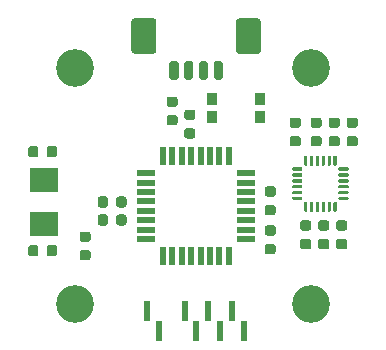
<source format=gbr>
%TF.GenerationSoftware,KiCad,Pcbnew,(5.99.0-2358-g6d8fb94d8)*%
%TF.CreationDate,2020-07-21T23:14:41+08:00*%
%TF.ProjectId,TheFC,54686546-432e-46b6-9963-61645f706362,1.0*%
%TF.SameCoordinates,Original*%
%TF.FileFunction,Soldermask,Top*%
%TF.FilePolarity,Negative*%
%FSLAX46Y46*%
G04 Gerber Fmt 4.6, Leading zero omitted, Abs format (unit mm)*
G04 Created by KiCad (PCBNEW (5.99.0-2358-g6d8fb94d8)) date 2020-07-21 23:14:41*
%MOMM*%
%LPD*%
G01*
G04 APERTURE LIST*
%ADD10R,0.900000X1.000000*%
%ADD11R,2.400000X2.000000*%
%ADD12R,0.600000X1.750000*%
%ADD13R,1.600000X0.550000*%
%ADD14R,0.550000X1.600000*%
%ADD15C,3.200000*%
G04 APERTURE END LIST*
D10*
%TO.C,SW1*%
X120669375Y-69182000D03*
X120669375Y-67582000D03*
X116569375Y-69182000D03*
X116569375Y-67582000D03*
%TD*%
D11*
%TO.C,Y1*%
X102363990Y-78166500D03*
X102363990Y-74466500D03*
%TD*%
D12*
%TO.C,J13*%
X115264000Y-87291000D03*
X117264000Y-87291000D03*
X119264000Y-87291000D03*
X114264000Y-85541000D03*
X116264000Y-85541000D03*
X118264000Y-85541000D03*
%TD*%
%TO.C,J3*%
X111106400Y-85541000D03*
X112106400Y-87291000D03*
%TD*%
%TO.C,J12*%
G36*
G01*
X111865000Y-61044001D02*
X111865000Y-63543999D01*
G75*
G02*
X111614999Y-63794000I-250001J0D01*
G01*
X110015001Y-63794000D01*
G75*
G02*
X109765000Y-63543999I0J250001D01*
G01*
X109765000Y-61044001D01*
G75*
G02*
X110015001Y-60794000I250001J0D01*
G01*
X111614999Y-60794000D01*
G75*
G02*
X111865000Y-61044001I0J-250001D01*
G01*
G37*
G36*
G01*
X120715000Y-61044001D02*
X120715000Y-63543999D01*
G75*
G02*
X120464999Y-63794000I-250001J0D01*
G01*
X118865001Y-63794000D01*
G75*
G02*
X118615000Y-63543999I0J250001D01*
G01*
X118615000Y-61044001D01*
G75*
G02*
X118865001Y-60794000I250001J0D01*
G01*
X120464999Y-60794000D01*
G75*
G02*
X120715000Y-61044001I0J-250001D01*
G01*
G37*
G36*
G01*
X113765000Y-64594000D02*
X113765000Y-65794000D01*
G75*
G02*
X113565000Y-65994000I-200000J0D01*
G01*
X113165000Y-65994000D01*
G75*
G02*
X112965000Y-65794000I0J200000D01*
G01*
X112965000Y-64594000D01*
G75*
G02*
X113165000Y-64394000I200000J0D01*
G01*
X113565000Y-64394000D01*
G75*
G02*
X113765000Y-64594000I0J-200000D01*
G01*
G37*
G36*
G01*
X115015000Y-64594000D02*
X115015000Y-65794000D01*
G75*
G02*
X114815000Y-65994000I-200000J0D01*
G01*
X114415000Y-65994000D01*
G75*
G02*
X114215000Y-65794000I0J200000D01*
G01*
X114215000Y-64594000D01*
G75*
G02*
X114415000Y-64394000I200000J0D01*
G01*
X114815000Y-64394000D01*
G75*
G02*
X115015000Y-64594000I0J-200000D01*
G01*
G37*
G36*
G01*
X116265000Y-64594000D02*
X116265000Y-65794000D01*
G75*
G02*
X116065000Y-65994000I-200000J0D01*
G01*
X115665000Y-65994000D01*
G75*
G02*
X115465000Y-65794000I0J200000D01*
G01*
X115465000Y-64594000D01*
G75*
G02*
X115665000Y-64394000I200000J0D01*
G01*
X116065000Y-64394000D01*
G75*
G02*
X116265000Y-64594000I0J-200000D01*
G01*
G37*
G36*
G01*
X117515000Y-64594000D02*
X117515000Y-65794000D01*
G75*
G02*
X117315000Y-65994000I-200000J0D01*
G01*
X116915000Y-65994000D01*
G75*
G02*
X116715000Y-65794000I0J200000D01*
G01*
X116715000Y-64594000D01*
G75*
G02*
X116915000Y-64394000I200000J0D01*
G01*
X117315000Y-64394000D01*
G75*
G02*
X117515000Y-64594000I0J-200000D01*
G01*
G37*
%TD*%
%TO.C,U4*%
G36*
G01*
X128141290Y-75969500D02*
X128141290Y-76119500D01*
G75*
G02*
X128066290Y-76194500I-75000J0D01*
G01*
X127366290Y-76194500D01*
G75*
G02*
X127291290Y-76119500I0J75000D01*
G01*
X127291290Y-75969500D01*
G75*
G02*
X127366290Y-75894500I75000J0D01*
G01*
X128066290Y-75894500D01*
G75*
G02*
X128141290Y-75969500I0J-75000D01*
G01*
G37*
G36*
G01*
X128141290Y-75469500D02*
X128141290Y-75619500D01*
G75*
G02*
X128066290Y-75694500I-75000J0D01*
G01*
X127366290Y-75694500D01*
G75*
G02*
X127291290Y-75619500I0J75000D01*
G01*
X127291290Y-75469500D01*
G75*
G02*
X127366290Y-75394500I75000J0D01*
G01*
X128066290Y-75394500D01*
G75*
G02*
X128141290Y-75469500I0J-75000D01*
G01*
G37*
G36*
G01*
X128141290Y-74969500D02*
X128141290Y-75119500D01*
G75*
G02*
X128066290Y-75194500I-75000J0D01*
G01*
X127366290Y-75194500D01*
G75*
G02*
X127291290Y-75119500I0J75000D01*
G01*
X127291290Y-74969500D01*
G75*
G02*
X127366290Y-74894500I75000J0D01*
G01*
X128066290Y-74894500D01*
G75*
G02*
X128141290Y-74969500I0J-75000D01*
G01*
G37*
G36*
G01*
X128141290Y-74469500D02*
X128141290Y-74619500D01*
G75*
G02*
X128066290Y-74694500I-75000J0D01*
G01*
X127366290Y-74694500D01*
G75*
G02*
X127291290Y-74619500I0J75000D01*
G01*
X127291290Y-74469500D01*
G75*
G02*
X127366290Y-74394500I75000J0D01*
G01*
X128066290Y-74394500D01*
G75*
G02*
X128141290Y-74469500I0J-75000D01*
G01*
G37*
G36*
G01*
X128141290Y-73969500D02*
X128141290Y-74119500D01*
G75*
G02*
X128066290Y-74194500I-75000J0D01*
G01*
X127366290Y-74194500D01*
G75*
G02*
X127291290Y-74119500I0J75000D01*
G01*
X127291290Y-73969500D01*
G75*
G02*
X127366290Y-73894500I75000J0D01*
G01*
X128066290Y-73894500D01*
G75*
G02*
X128141290Y-73969500I0J-75000D01*
G01*
G37*
G36*
G01*
X128141290Y-73469500D02*
X128141290Y-73619500D01*
G75*
G02*
X128066290Y-73694500I-75000J0D01*
G01*
X127366290Y-73694500D01*
G75*
G02*
X127291290Y-73619500I0J75000D01*
G01*
X127291290Y-73469500D01*
G75*
G02*
X127366290Y-73394500I75000J0D01*
G01*
X128066290Y-73394500D01*
G75*
G02*
X128141290Y-73469500I0J-75000D01*
G01*
G37*
G36*
G01*
X126941290Y-72419500D02*
X127091290Y-72419500D01*
G75*
G02*
X127166290Y-72494500I0J-75000D01*
G01*
X127166290Y-73194500D01*
G75*
G02*
X127091290Y-73269500I-75000J0D01*
G01*
X126941290Y-73269500D01*
G75*
G02*
X126866290Y-73194500I0J75000D01*
G01*
X126866290Y-72494500D01*
G75*
G02*
X126941290Y-72419500I75000J0D01*
G01*
G37*
G36*
G01*
X126441290Y-72419500D02*
X126591290Y-72419500D01*
G75*
G02*
X126666290Y-72494500I0J-75000D01*
G01*
X126666290Y-73194500D01*
G75*
G02*
X126591290Y-73269500I-75000J0D01*
G01*
X126441290Y-73269500D01*
G75*
G02*
X126366290Y-73194500I0J75000D01*
G01*
X126366290Y-72494500D01*
G75*
G02*
X126441290Y-72419500I75000J0D01*
G01*
G37*
G36*
G01*
X125941290Y-72419500D02*
X126091290Y-72419500D01*
G75*
G02*
X126166290Y-72494500I0J-75000D01*
G01*
X126166290Y-73194500D01*
G75*
G02*
X126091290Y-73269500I-75000J0D01*
G01*
X125941290Y-73269500D01*
G75*
G02*
X125866290Y-73194500I0J75000D01*
G01*
X125866290Y-72494500D01*
G75*
G02*
X125941290Y-72419500I75000J0D01*
G01*
G37*
G36*
G01*
X125441290Y-72419500D02*
X125591290Y-72419500D01*
G75*
G02*
X125666290Y-72494500I0J-75000D01*
G01*
X125666290Y-73194500D01*
G75*
G02*
X125591290Y-73269500I-75000J0D01*
G01*
X125441290Y-73269500D01*
G75*
G02*
X125366290Y-73194500I0J75000D01*
G01*
X125366290Y-72494500D01*
G75*
G02*
X125441290Y-72419500I75000J0D01*
G01*
G37*
G36*
G01*
X124941290Y-72419500D02*
X125091290Y-72419500D01*
G75*
G02*
X125166290Y-72494500I0J-75000D01*
G01*
X125166290Y-73194500D01*
G75*
G02*
X125091290Y-73269500I-75000J0D01*
G01*
X124941290Y-73269500D01*
G75*
G02*
X124866290Y-73194500I0J75000D01*
G01*
X124866290Y-72494500D01*
G75*
G02*
X124941290Y-72419500I75000J0D01*
G01*
G37*
G36*
G01*
X124441290Y-72419500D02*
X124591290Y-72419500D01*
G75*
G02*
X124666290Y-72494500I0J-75000D01*
G01*
X124666290Y-73194500D01*
G75*
G02*
X124591290Y-73269500I-75000J0D01*
G01*
X124441290Y-73269500D01*
G75*
G02*
X124366290Y-73194500I0J75000D01*
G01*
X124366290Y-72494500D01*
G75*
G02*
X124441290Y-72419500I75000J0D01*
G01*
G37*
G36*
G01*
X124241290Y-73469500D02*
X124241290Y-73619500D01*
G75*
G02*
X124166290Y-73694500I-75000J0D01*
G01*
X123466290Y-73694500D01*
G75*
G02*
X123391290Y-73619500I0J75000D01*
G01*
X123391290Y-73469500D01*
G75*
G02*
X123466290Y-73394500I75000J0D01*
G01*
X124166290Y-73394500D01*
G75*
G02*
X124241290Y-73469500I0J-75000D01*
G01*
G37*
G36*
G01*
X124241290Y-73969500D02*
X124241290Y-74119500D01*
G75*
G02*
X124166290Y-74194500I-75000J0D01*
G01*
X123466290Y-74194500D01*
G75*
G02*
X123391290Y-74119500I0J75000D01*
G01*
X123391290Y-73969500D01*
G75*
G02*
X123466290Y-73894500I75000J0D01*
G01*
X124166290Y-73894500D01*
G75*
G02*
X124241290Y-73969500I0J-75000D01*
G01*
G37*
G36*
G01*
X124241290Y-74469500D02*
X124241290Y-74619500D01*
G75*
G02*
X124166290Y-74694500I-75000J0D01*
G01*
X123466290Y-74694500D01*
G75*
G02*
X123391290Y-74619500I0J75000D01*
G01*
X123391290Y-74469500D01*
G75*
G02*
X123466290Y-74394500I75000J0D01*
G01*
X124166290Y-74394500D01*
G75*
G02*
X124241290Y-74469500I0J-75000D01*
G01*
G37*
G36*
G01*
X124241290Y-74969500D02*
X124241290Y-75119500D01*
G75*
G02*
X124166290Y-75194500I-75000J0D01*
G01*
X123466290Y-75194500D01*
G75*
G02*
X123391290Y-75119500I0J75000D01*
G01*
X123391290Y-74969500D01*
G75*
G02*
X123466290Y-74894500I75000J0D01*
G01*
X124166290Y-74894500D01*
G75*
G02*
X124241290Y-74969500I0J-75000D01*
G01*
G37*
G36*
G01*
X124241290Y-75469500D02*
X124241290Y-75619500D01*
G75*
G02*
X124166290Y-75694500I-75000J0D01*
G01*
X123466290Y-75694500D01*
G75*
G02*
X123391290Y-75619500I0J75000D01*
G01*
X123391290Y-75469500D01*
G75*
G02*
X123466290Y-75394500I75000J0D01*
G01*
X124166290Y-75394500D01*
G75*
G02*
X124241290Y-75469500I0J-75000D01*
G01*
G37*
G36*
G01*
X124241290Y-75969500D02*
X124241290Y-76119500D01*
G75*
G02*
X124166290Y-76194500I-75000J0D01*
G01*
X123466290Y-76194500D01*
G75*
G02*
X123391290Y-76119500I0J75000D01*
G01*
X123391290Y-75969500D01*
G75*
G02*
X123466290Y-75894500I75000J0D01*
G01*
X124166290Y-75894500D01*
G75*
G02*
X124241290Y-75969500I0J-75000D01*
G01*
G37*
G36*
G01*
X124441290Y-76319500D02*
X124591290Y-76319500D01*
G75*
G02*
X124666290Y-76394500I0J-75000D01*
G01*
X124666290Y-77094500D01*
G75*
G02*
X124591290Y-77169500I-75000J0D01*
G01*
X124441290Y-77169500D01*
G75*
G02*
X124366290Y-77094500I0J75000D01*
G01*
X124366290Y-76394500D01*
G75*
G02*
X124441290Y-76319500I75000J0D01*
G01*
G37*
G36*
G01*
X124941290Y-76319500D02*
X125091290Y-76319500D01*
G75*
G02*
X125166290Y-76394500I0J-75000D01*
G01*
X125166290Y-77094500D01*
G75*
G02*
X125091290Y-77169500I-75000J0D01*
G01*
X124941290Y-77169500D01*
G75*
G02*
X124866290Y-77094500I0J75000D01*
G01*
X124866290Y-76394500D01*
G75*
G02*
X124941290Y-76319500I75000J0D01*
G01*
G37*
G36*
G01*
X125441290Y-76319500D02*
X125591290Y-76319500D01*
G75*
G02*
X125666290Y-76394500I0J-75000D01*
G01*
X125666290Y-77094500D01*
G75*
G02*
X125591290Y-77169500I-75000J0D01*
G01*
X125441290Y-77169500D01*
G75*
G02*
X125366290Y-77094500I0J75000D01*
G01*
X125366290Y-76394500D01*
G75*
G02*
X125441290Y-76319500I75000J0D01*
G01*
G37*
G36*
G01*
X125941290Y-76319500D02*
X126091290Y-76319500D01*
G75*
G02*
X126166290Y-76394500I0J-75000D01*
G01*
X126166290Y-77094500D01*
G75*
G02*
X126091290Y-77169500I-75000J0D01*
G01*
X125941290Y-77169500D01*
G75*
G02*
X125866290Y-77094500I0J75000D01*
G01*
X125866290Y-76394500D01*
G75*
G02*
X125941290Y-76319500I75000J0D01*
G01*
G37*
G36*
G01*
X126441290Y-76319500D02*
X126591290Y-76319500D01*
G75*
G02*
X126666290Y-76394500I0J-75000D01*
G01*
X126666290Y-77094500D01*
G75*
G02*
X126591290Y-77169500I-75000J0D01*
G01*
X126441290Y-77169500D01*
G75*
G02*
X126366290Y-77094500I0J75000D01*
G01*
X126366290Y-76394500D01*
G75*
G02*
X126441290Y-76319500I75000J0D01*
G01*
G37*
G36*
G01*
X126941290Y-76319500D02*
X127091290Y-76319500D01*
G75*
G02*
X127166290Y-76394500I0J-75000D01*
G01*
X127166290Y-77094500D01*
G75*
G02*
X127091290Y-77169500I-75000J0D01*
G01*
X126941290Y-77169500D01*
G75*
G02*
X126866290Y-77094500I0J75000D01*
G01*
X126866290Y-76394500D01*
G75*
G02*
X126941290Y-76319500I75000J0D01*
G01*
G37*
%TD*%
D13*
%TO.C,U3*%
X110968375Y-73897500D03*
X110968375Y-74697500D03*
X110968375Y-75497500D03*
X110968375Y-76297500D03*
X110968375Y-77097500D03*
X110968375Y-77897500D03*
X110968375Y-78697500D03*
X110968375Y-79497500D03*
D14*
X112418375Y-80947500D03*
X113218375Y-80947500D03*
X114018375Y-80947500D03*
X114818375Y-80947500D03*
X115618375Y-80947500D03*
X116418375Y-80947500D03*
X117218375Y-80947500D03*
X118018375Y-80947500D03*
D13*
X119468375Y-79497500D03*
X119468375Y-78697500D03*
X119468375Y-77897500D03*
X119468375Y-77097500D03*
X119468375Y-76297500D03*
X119468375Y-75497500D03*
X119468375Y-74697500D03*
X119468375Y-73897500D03*
D14*
X118018375Y-72447500D03*
X117218375Y-72447500D03*
X116418375Y-72447500D03*
X115618375Y-72447500D03*
X114818375Y-72447500D03*
X114018375Y-72447500D03*
X113218375Y-72447500D03*
X112418375Y-72447500D03*
%TD*%
%TO.C,R5*%
G36*
G01*
X112951750Y-67411000D02*
X113464250Y-67411000D01*
G75*
G02*
X113683000Y-67629750I0J-218750D01*
G01*
X113683000Y-68067250D01*
G75*
G02*
X113464250Y-68286000I-218750J0D01*
G01*
X112951750Y-68286000D01*
G75*
G02*
X112733000Y-68067250I0J218750D01*
G01*
X112733000Y-67629750D01*
G75*
G02*
X112951750Y-67411000I218750J0D01*
G01*
G37*
G36*
G01*
X112951750Y-68986000D02*
X113464250Y-68986000D01*
G75*
G02*
X113683000Y-69204750I0J-218750D01*
G01*
X113683000Y-69642250D01*
G75*
G02*
X113464250Y-69861000I-218750J0D01*
G01*
X112951750Y-69861000D01*
G75*
G02*
X112733000Y-69642250I0J218750D01*
G01*
X112733000Y-69204750D01*
G75*
G02*
X112951750Y-68986000I218750J0D01*
G01*
G37*
%TD*%
%TO.C,R4*%
G36*
G01*
X126290540Y-80351500D02*
X125778040Y-80351500D01*
G75*
G02*
X125559290Y-80132750I0J218750D01*
G01*
X125559290Y-79695250D01*
G75*
G02*
X125778040Y-79476500I218750J0D01*
G01*
X126290540Y-79476500D01*
G75*
G02*
X126509290Y-79695250I0J-218750D01*
G01*
X126509290Y-80132750D01*
G75*
G02*
X126290540Y-80351500I-218750J0D01*
G01*
G37*
G36*
G01*
X126290540Y-78776500D02*
X125778040Y-78776500D01*
G75*
G02*
X125559290Y-78557750I0J218750D01*
G01*
X125559290Y-78120250D01*
G75*
G02*
X125778040Y-77901500I218750J0D01*
G01*
X126290540Y-77901500D01*
G75*
G02*
X126509290Y-78120250I0J-218750D01*
G01*
X126509290Y-78557750D01*
G75*
G02*
X126290540Y-78776500I-218750J0D01*
G01*
G37*
%TD*%
%TO.C,R3*%
G36*
G01*
X105585750Y-78841000D02*
X106098250Y-78841000D01*
G75*
G02*
X106317000Y-79059750I0J-218750D01*
G01*
X106317000Y-79497250D01*
G75*
G02*
X106098250Y-79716000I-218750J0D01*
G01*
X105585750Y-79716000D01*
G75*
G02*
X105367000Y-79497250I0J218750D01*
G01*
X105367000Y-79059750D01*
G75*
G02*
X105585750Y-78841000I218750J0D01*
G01*
G37*
G36*
G01*
X105585750Y-80416000D02*
X106098250Y-80416000D01*
G75*
G02*
X106317000Y-80634750I0J-218750D01*
G01*
X106317000Y-81072250D01*
G75*
G02*
X106098250Y-81291000I-218750J0D01*
G01*
X105585750Y-81291000D01*
G75*
G02*
X105367000Y-81072250I0J218750D01*
G01*
X105367000Y-80634750D01*
G75*
G02*
X105585750Y-80416000I218750J0D01*
G01*
G37*
%TD*%
%TO.C,R2*%
G36*
G01*
X127194250Y-71639000D02*
X126681750Y-71639000D01*
G75*
G02*
X126463000Y-71420250I0J218750D01*
G01*
X126463000Y-70982750D01*
G75*
G02*
X126681750Y-70764000I218750J0D01*
G01*
X127194250Y-70764000D01*
G75*
G02*
X127413000Y-70982750I0J-218750D01*
G01*
X127413000Y-71420250D01*
G75*
G02*
X127194250Y-71639000I-218750J0D01*
G01*
G37*
G36*
G01*
X127194250Y-70064000D02*
X126681750Y-70064000D01*
G75*
G02*
X126463000Y-69845250I0J218750D01*
G01*
X126463000Y-69407750D01*
G75*
G02*
X126681750Y-69189000I218750J0D01*
G01*
X127194250Y-69189000D01*
G75*
G02*
X127413000Y-69407750I0J-218750D01*
G01*
X127413000Y-69845250D01*
G75*
G02*
X127194250Y-70064000I-218750J0D01*
G01*
G37*
%TD*%
%TO.C,R1*%
G36*
G01*
X127814540Y-80351500D02*
X127302040Y-80351500D01*
G75*
G02*
X127083290Y-80132750I0J218750D01*
G01*
X127083290Y-79695250D01*
G75*
G02*
X127302040Y-79476500I218750J0D01*
G01*
X127814540Y-79476500D01*
G75*
G02*
X128033290Y-79695250I0J-218750D01*
G01*
X128033290Y-80132750D01*
G75*
G02*
X127814540Y-80351500I-218750J0D01*
G01*
G37*
G36*
G01*
X127814540Y-78776500D02*
X127302040Y-78776500D01*
G75*
G02*
X127083290Y-78557750I0J218750D01*
G01*
X127083290Y-78120250D01*
G75*
G02*
X127302040Y-77901500I218750J0D01*
G01*
X127814540Y-77901500D01*
G75*
G02*
X128033290Y-78120250I0J-218750D01*
G01*
X128033290Y-78557750D01*
G75*
G02*
X127814540Y-78776500I-218750J0D01*
G01*
G37*
%TD*%
D15*
%TO.C,H4*%
X105000000Y-85000000D03*
%TD*%
%TO.C,H3*%
X125000000Y-85000000D03*
%TD*%
%TO.C,H2*%
X125000000Y-65000000D03*
%TD*%
%TO.C,H1*%
X105000000Y-65000000D03*
%TD*%
%TO.C,C15*%
G36*
G01*
X124254040Y-77901500D02*
X124766540Y-77901500D01*
G75*
G02*
X124985290Y-78120250I0J-218750D01*
G01*
X124985290Y-78557750D01*
G75*
G02*
X124766540Y-78776500I-218750J0D01*
G01*
X124254040Y-78776500D01*
G75*
G02*
X124035290Y-78557750I0J218750D01*
G01*
X124035290Y-78120250D01*
G75*
G02*
X124254040Y-77901500I218750J0D01*
G01*
G37*
G36*
G01*
X124254040Y-79476500D02*
X124766540Y-79476500D01*
G75*
G02*
X124985290Y-79695250I0J-218750D01*
G01*
X124985290Y-80132750D01*
G75*
G02*
X124766540Y-80351500I-218750J0D01*
G01*
X124254040Y-80351500D01*
G75*
G02*
X124035290Y-80132750I0J218750D01*
G01*
X124035290Y-79695250D01*
G75*
G02*
X124254040Y-79476500I218750J0D01*
G01*
G37*
%TD*%
%TO.C,C14*%
G36*
G01*
X125656250Y-71639000D02*
X125143750Y-71639000D01*
G75*
G02*
X124925000Y-71420250I0J218750D01*
G01*
X124925000Y-70982750D01*
G75*
G02*
X125143750Y-70764000I218750J0D01*
G01*
X125656250Y-70764000D01*
G75*
G02*
X125875000Y-70982750I0J-218750D01*
G01*
X125875000Y-71420250D01*
G75*
G02*
X125656250Y-71639000I-218750J0D01*
G01*
G37*
G36*
G01*
X125656250Y-70064000D02*
X125143750Y-70064000D01*
G75*
G02*
X124925000Y-69845250I0J218750D01*
G01*
X124925000Y-69407750D01*
G75*
G02*
X125143750Y-69189000I218750J0D01*
G01*
X125656250Y-69189000D01*
G75*
G02*
X125875000Y-69407750I0J-218750D01*
G01*
X125875000Y-69845250D01*
G75*
G02*
X125656250Y-70064000I-218750J0D01*
G01*
G37*
%TD*%
%TO.C,C13*%
G36*
G01*
X121764875Y-77468250D02*
X121252375Y-77468250D01*
G75*
G02*
X121033625Y-77249500I0J218750D01*
G01*
X121033625Y-76812000D01*
G75*
G02*
X121252375Y-76593250I218750J0D01*
G01*
X121764875Y-76593250D01*
G75*
G02*
X121983625Y-76812000I0J-218750D01*
G01*
X121983625Y-77249500D01*
G75*
G02*
X121764875Y-77468250I-218750J0D01*
G01*
G37*
G36*
G01*
X121764875Y-75893250D02*
X121252375Y-75893250D01*
G75*
G02*
X121033625Y-75674500I0J218750D01*
G01*
X121033625Y-75237000D01*
G75*
G02*
X121252375Y-75018250I218750J0D01*
G01*
X121764875Y-75018250D01*
G75*
G02*
X121983625Y-75237000I0J-218750D01*
G01*
X121983625Y-75674500D01*
G75*
G02*
X121764875Y-75893250I-218750J0D01*
G01*
G37*
%TD*%
%TO.C,C12*%
G36*
G01*
X114455125Y-68524750D02*
X114967625Y-68524750D01*
G75*
G02*
X115186375Y-68743500I0J-218750D01*
G01*
X115186375Y-69181000D01*
G75*
G02*
X114967625Y-69399750I-218750J0D01*
G01*
X114455125Y-69399750D01*
G75*
G02*
X114236375Y-69181000I0J218750D01*
G01*
X114236375Y-68743500D01*
G75*
G02*
X114455125Y-68524750I218750J0D01*
G01*
G37*
G36*
G01*
X114455125Y-70099750D02*
X114967625Y-70099750D01*
G75*
G02*
X115186375Y-70318500I0J-218750D01*
G01*
X115186375Y-70756000D01*
G75*
G02*
X114967625Y-70974750I-218750J0D01*
G01*
X114455125Y-70974750D01*
G75*
G02*
X114236375Y-70756000I0J218750D01*
G01*
X114236375Y-70318500D01*
G75*
G02*
X114455125Y-70099750I218750J0D01*
G01*
G37*
%TD*%
%TO.C,C11*%
G36*
G01*
X128718250Y-71639000D02*
X128205750Y-71639000D01*
G75*
G02*
X127987000Y-71420250I0J218750D01*
G01*
X127987000Y-70982750D01*
G75*
G02*
X128205750Y-70764000I218750J0D01*
G01*
X128718250Y-70764000D01*
G75*
G02*
X128937000Y-70982750I0J-218750D01*
G01*
X128937000Y-71420250D01*
G75*
G02*
X128718250Y-71639000I-218750J0D01*
G01*
G37*
G36*
G01*
X128718250Y-70064000D02*
X128205750Y-70064000D01*
G75*
G02*
X127987000Y-69845250I0J218750D01*
G01*
X127987000Y-69407750D01*
G75*
G02*
X128205750Y-69189000I218750J0D01*
G01*
X128718250Y-69189000D01*
G75*
G02*
X128937000Y-69407750I0J-218750D01*
G01*
X128937000Y-69845250D01*
G75*
G02*
X128718250Y-70064000I-218750J0D01*
G01*
G37*
%TD*%
%TO.C,C8*%
G36*
G01*
X121252375Y-78320250D02*
X121764875Y-78320250D01*
G75*
G02*
X121983625Y-78539000I0J-218750D01*
G01*
X121983625Y-78976500D01*
G75*
G02*
X121764875Y-79195250I-218750J0D01*
G01*
X121252375Y-79195250D01*
G75*
G02*
X121033625Y-78976500I0J218750D01*
G01*
X121033625Y-78539000D01*
G75*
G02*
X121252375Y-78320250I218750J0D01*
G01*
G37*
G36*
G01*
X121252375Y-79895250D02*
X121764875Y-79895250D01*
G75*
G02*
X121983625Y-80114000I0J-218750D01*
G01*
X121983625Y-80551500D01*
G75*
G02*
X121764875Y-80770250I-218750J0D01*
G01*
X121252375Y-80770250D01*
G75*
G02*
X121033625Y-80551500I0J218750D01*
G01*
X121033625Y-80114000D01*
G75*
G02*
X121252375Y-79895250I218750J0D01*
G01*
G37*
%TD*%
%TO.C,C5*%
G36*
G01*
X109353000Y-77609750D02*
X109353000Y-78122250D01*
G75*
G02*
X109134250Y-78341000I-218750J0D01*
G01*
X108696750Y-78341000D01*
G75*
G02*
X108478000Y-78122250I0J218750D01*
G01*
X108478000Y-77609750D01*
G75*
G02*
X108696750Y-77391000I218750J0D01*
G01*
X109134250Y-77391000D01*
G75*
G02*
X109353000Y-77609750I0J-218750D01*
G01*
G37*
G36*
G01*
X107778000Y-77609750D02*
X107778000Y-78122250D01*
G75*
G02*
X107559250Y-78341000I-218750J0D01*
G01*
X107121750Y-78341000D01*
G75*
G02*
X106903000Y-78122250I0J218750D01*
G01*
X106903000Y-77609750D01*
G75*
G02*
X107121750Y-77391000I218750J0D01*
G01*
X107559250Y-77391000D01*
G75*
G02*
X107778000Y-77609750I0J-218750D01*
G01*
G37*
%TD*%
%TO.C,C4*%
G36*
G01*
X123897961Y-71639000D02*
X123385461Y-71639000D01*
G75*
G02*
X123166711Y-71420250I0J218750D01*
G01*
X123166711Y-70982750D01*
G75*
G02*
X123385461Y-70764000I218750J0D01*
G01*
X123897961Y-70764000D01*
G75*
G02*
X124116711Y-70982750I0J-218750D01*
G01*
X124116711Y-71420250D01*
G75*
G02*
X123897961Y-71639000I-218750J0D01*
G01*
G37*
G36*
G01*
X123897961Y-70064000D02*
X123385461Y-70064000D01*
G75*
G02*
X123166711Y-69845250I0J218750D01*
G01*
X123166711Y-69407750D01*
G75*
G02*
X123385461Y-69189000I218750J0D01*
G01*
X123897961Y-69189000D01*
G75*
G02*
X124116711Y-69407750I0J-218750D01*
G01*
X124116711Y-69845250D01*
G75*
G02*
X123897961Y-70064000I-218750J0D01*
G01*
G37*
%TD*%
%TO.C,C3*%
G36*
G01*
X103463490Y-80205500D02*
X103463490Y-80718000D01*
G75*
G02*
X103244740Y-80936750I-218750J0D01*
G01*
X102807240Y-80936750D01*
G75*
G02*
X102588490Y-80718000I0J218750D01*
G01*
X102588490Y-80205500D01*
G75*
G02*
X102807240Y-79986750I218750J0D01*
G01*
X103244740Y-79986750D01*
G75*
G02*
X103463490Y-80205500I0J-218750D01*
G01*
G37*
G36*
G01*
X101888490Y-80205500D02*
X101888490Y-80718000D01*
G75*
G02*
X101669740Y-80936750I-218750J0D01*
G01*
X101232240Y-80936750D01*
G75*
G02*
X101013490Y-80718000I0J218750D01*
G01*
X101013490Y-80205500D01*
G75*
G02*
X101232240Y-79986750I218750J0D01*
G01*
X101669740Y-79986750D01*
G75*
G02*
X101888490Y-80205500I0J-218750D01*
G01*
G37*
%TD*%
%TO.C,C2*%
G36*
G01*
X109353000Y-76085750D02*
X109353000Y-76598250D01*
G75*
G02*
X109134250Y-76817000I-218750J0D01*
G01*
X108696750Y-76817000D01*
G75*
G02*
X108478000Y-76598250I0J218750D01*
G01*
X108478000Y-76085750D01*
G75*
G02*
X108696750Y-75867000I218750J0D01*
G01*
X109134250Y-75867000D01*
G75*
G02*
X109353000Y-76085750I0J-218750D01*
G01*
G37*
G36*
G01*
X107778000Y-76085750D02*
X107778000Y-76598250D01*
G75*
G02*
X107559250Y-76817000I-218750J0D01*
G01*
X107121750Y-76817000D01*
G75*
G02*
X106903000Y-76598250I0J218750D01*
G01*
X106903000Y-76085750D01*
G75*
G02*
X107121750Y-75867000I218750J0D01*
G01*
X107559250Y-75867000D01*
G75*
G02*
X107778000Y-76085750I0J-218750D01*
G01*
G37*
%TD*%
%TO.C,C1*%
G36*
G01*
X103463490Y-71823500D02*
X103463490Y-72336000D01*
G75*
G02*
X103244740Y-72554750I-218750J0D01*
G01*
X102807240Y-72554750D01*
G75*
G02*
X102588490Y-72336000I0J218750D01*
G01*
X102588490Y-71823500D01*
G75*
G02*
X102807240Y-71604750I218750J0D01*
G01*
X103244740Y-71604750D01*
G75*
G02*
X103463490Y-71823500I0J-218750D01*
G01*
G37*
G36*
G01*
X101888490Y-71823500D02*
X101888490Y-72336000D01*
G75*
G02*
X101669740Y-72554750I-218750J0D01*
G01*
X101232240Y-72554750D01*
G75*
G02*
X101013490Y-72336000I0J218750D01*
G01*
X101013490Y-71823500D01*
G75*
G02*
X101232240Y-71604750I218750J0D01*
G01*
X101669740Y-71604750D01*
G75*
G02*
X101888490Y-71823500I0J-218750D01*
G01*
G37*
%TD*%
M02*

</source>
